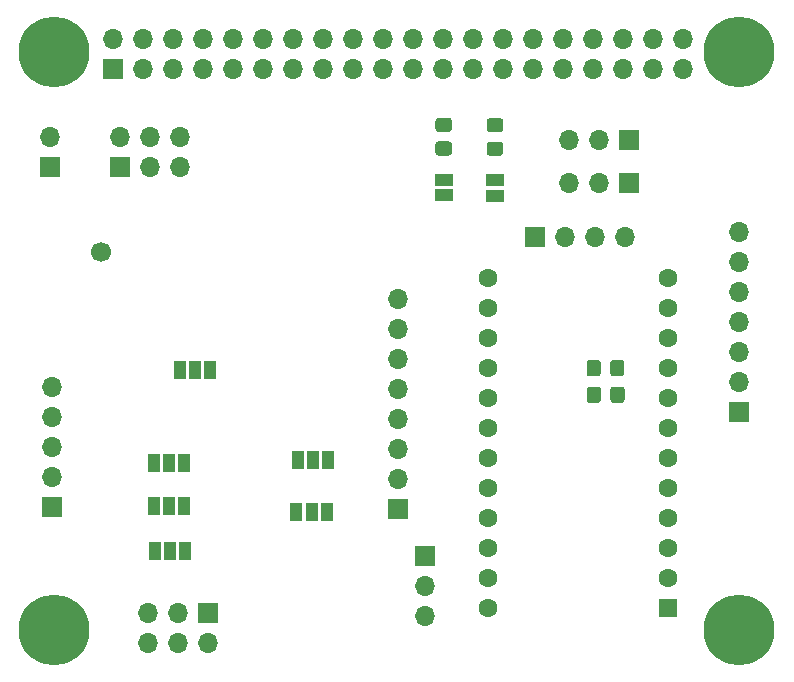
<source format=gbr>
%TF.GenerationSoftware,KiCad,Pcbnew,(5.1.10)-1*%
%TF.CreationDate,2022-02-24T11:14:30+08:00*%
%TF.ProjectId,hat,6861742e-6b69-4636-9164-5f7063625858,rev?*%
%TF.SameCoordinates,Original*%
%TF.FileFunction,Soldermask,Bot*%
%TF.FilePolarity,Negative*%
%FSLAX46Y46*%
G04 Gerber Fmt 4.6, Leading zero omitted, Abs format (unit mm)*
G04 Created by KiCad (PCBNEW (5.1.10)-1) date 2022-02-24 11:14:30*
%MOMM*%
%LPD*%
G01*
G04 APERTURE LIST*
%ADD10O,1.700000X1.700000*%
%ADD11R,1.700000X1.700000*%
%ADD12C,1.600000*%
%ADD13R,1.600000X1.600000*%
%ADD14R,1.500000X1.000000*%
%ADD15R,1.000000X1.500000*%
%ADD16C,1.700000*%
%ADD17C,6.000000*%
G04 APERTURE END LIST*
D10*
%TO.C,SPI_PORT1*%
X181470000Y-82800000D03*
X181470000Y-85340000D03*
X181470000Y-87880000D03*
X181470000Y-90420000D03*
X181470000Y-92960000D03*
X181470000Y-95500000D03*
D11*
X181470000Y-98040000D03*
%TD*%
D10*
%TO.C,J3*%
X154900000Y-115280000D03*
X154900000Y-112740000D03*
D11*
X154900000Y-110200000D03*
%TD*%
D10*
%TO.C,J4*%
X123340000Y-95900000D03*
X123340000Y-98440000D03*
X123340000Y-100980000D03*
X123340000Y-103520000D03*
D11*
X123340000Y-106060000D03*
%TD*%
D12*
%TO.C,U4*%
X160230000Y-114630000D03*
X160230000Y-112090000D03*
X160230000Y-109550000D03*
X160230000Y-107010000D03*
X160230000Y-104470000D03*
X160230000Y-101930000D03*
X160230000Y-99390000D03*
X160230000Y-96850000D03*
X160230000Y-94310000D03*
X160230000Y-91770000D03*
X160230000Y-89230000D03*
X160230000Y-86690000D03*
X175470000Y-86690000D03*
X175470000Y-89230000D03*
X175470000Y-91770000D03*
X175470000Y-94310000D03*
X175470000Y-96850000D03*
X175470000Y-99390000D03*
X175470000Y-101930000D03*
X175470000Y-104470000D03*
X175470000Y-107010000D03*
X175470000Y-109550000D03*
X175470000Y-112090000D03*
D13*
X175470000Y-114630000D03*
%TD*%
D10*
%TO.C,SDA_PU1*%
X167060000Y-74980000D03*
X169600000Y-74980000D03*
D11*
X172140000Y-74980000D03*
%TD*%
D10*
%TO.C,SCL_PU1*%
X167070000Y-78590000D03*
X169610000Y-78590000D03*
D11*
X172150000Y-78590000D03*
%TD*%
%TO.C,R10*%
G36*
G01*
X160349999Y-75130000D02*
X161250001Y-75130000D01*
G75*
G02*
X161500000Y-75379999I0J-249999D01*
G01*
X161500000Y-76080001D01*
G75*
G02*
X161250001Y-76330000I-249999J0D01*
G01*
X160349999Y-76330000D01*
G75*
G02*
X160100000Y-76080001I0J249999D01*
G01*
X160100000Y-75379999D01*
G75*
G02*
X160349999Y-75130000I249999J0D01*
G01*
G37*
G36*
G01*
X160349999Y-73130000D02*
X161250001Y-73130000D01*
G75*
G02*
X161500000Y-73379999I0J-249999D01*
G01*
X161500000Y-74080001D01*
G75*
G02*
X161250001Y-74330000I-249999J0D01*
G01*
X160349999Y-74330000D01*
G75*
G02*
X160100000Y-74080001I0J249999D01*
G01*
X160100000Y-73379999D01*
G75*
G02*
X160349999Y-73130000I249999J0D01*
G01*
G37*
%TD*%
%TO.C,R9*%
G36*
G01*
X156920001Y-74310000D02*
X156019999Y-74310000D01*
G75*
G02*
X155770000Y-74060001I0J249999D01*
G01*
X155770000Y-73359999D01*
G75*
G02*
X156019999Y-73110000I249999J0D01*
G01*
X156920001Y-73110000D01*
G75*
G02*
X157170000Y-73359999I0J-249999D01*
G01*
X157170000Y-74060001D01*
G75*
G02*
X156920001Y-74310000I-249999J0D01*
G01*
G37*
G36*
G01*
X156920001Y-76310000D02*
X156019999Y-76310000D01*
G75*
G02*
X155770000Y-76060001I0J249999D01*
G01*
X155770000Y-75359999D01*
G75*
G02*
X156019999Y-75110000I249999J0D01*
G01*
X156920001Y-75110000D01*
G75*
G02*
X157170000Y-75359999I0J-249999D01*
G01*
X157170000Y-76060001D01*
G75*
G02*
X156920001Y-76310000I-249999J0D01*
G01*
G37*
%TD*%
%TO.C,R8*%
G36*
G01*
X170560000Y-94750001D02*
X170560000Y-93849999D01*
G75*
G02*
X170809999Y-93600000I249999J0D01*
G01*
X171510001Y-93600000D01*
G75*
G02*
X171760000Y-93849999I0J-249999D01*
G01*
X171760000Y-94750001D01*
G75*
G02*
X171510001Y-95000000I-249999J0D01*
G01*
X170809999Y-95000000D01*
G75*
G02*
X170560000Y-94750001I0J249999D01*
G01*
G37*
G36*
G01*
X168560000Y-94750001D02*
X168560000Y-93849999D01*
G75*
G02*
X168809999Y-93600000I249999J0D01*
G01*
X169510001Y-93600000D01*
G75*
G02*
X169760000Y-93849999I0J-249999D01*
G01*
X169760000Y-94750001D01*
G75*
G02*
X169510001Y-95000000I-249999J0D01*
G01*
X168809999Y-95000000D01*
G75*
G02*
X168560000Y-94750001I0J249999D01*
G01*
G37*
%TD*%
%TO.C,R7*%
G36*
G01*
X170580000Y-97010001D02*
X170580000Y-96109999D01*
G75*
G02*
X170829999Y-95860000I249999J0D01*
G01*
X171530001Y-95860000D01*
G75*
G02*
X171780000Y-96109999I0J-249999D01*
G01*
X171780000Y-97010001D01*
G75*
G02*
X171530001Y-97260000I-249999J0D01*
G01*
X170829999Y-97260000D01*
G75*
G02*
X170580000Y-97010001I0J249999D01*
G01*
G37*
G36*
G01*
X168580000Y-97010001D02*
X168580000Y-96109999D01*
G75*
G02*
X168829999Y-95860000I249999J0D01*
G01*
X169530001Y-95860000D01*
G75*
G02*
X169780000Y-96109999I0J-249999D01*
G01*
X169780000Y-97010001D01*
G75*
G02*
X169530001Y-97260000I-249999J0D01*
G01*
X168829999Y-97260000D01*
G75*
G02*
X168580000Y-97010001I0J249999D01*
G01*
G37*
%TD*%
D14*
%TO.C,JP8*%
X160810000Y-78390000D03*
X160810000Y-79690000D03*
%TD*%
%TO.C,JP7*%
X156470000Y-78380000D03*
X156470000Y-79680000D03*
%TD*%
D15*
%TO.C,JP6*%
X135400000Y-94500000D03*
X134100000Y-94500000D03*
X136700000Y-94500000D03*
%TD*%
%TO.C,JP5*%
X133200000Y-102300000D03*
X131900000Y-102300000D03*
X134500000Y-102300000D03*
%TD*%
%TO.C,JP4*%
X133200000Y-106000000D03*
X131900000Y-106000000D03*
X134500000Y-106000000D03*
%TD*%
%TO.C,JP3*%
X145300000Y-106500000D03*
X144000000Y-106500000D03*
X146600000Y-106500000D03*
%TD*%
%TO.C,JP2*%
X145400000Y-102100000D03*
X144100000Y-102100000D03*
X146700000Y-102100000D03*
%TD*%
%TO.C,JP1*%
X133300000Y-109800000D03*
X132000000Y-109800000D03*
X134600000Y-109800000D03*
%TD*%
D10*
%TO.C,J7*%
X131420000Y-117540000D03*
X131420000Y-115000000D03*
X133960000Y-117540000D03*
X133960000Y-115000000D03*
X136500000Y-117540000D03*
D11*
X136500000Y-115000000D03*
%TD*%
D10*
%TO.C,J6*%
X134100000Y-74770000D03*
X134100000Y-77310000D03*
X131560000Y-74770000D03*
X131560000Y-77310000D03*
X129020000Y-74770000D03*
D11*
X129020000Y-77310000D03*
%TD*%
D16*
%TO.C,J2*%
X127450000Y-84480000D03*
%TD*%
D10*
%TO.C,I2C_PORT1*%
X171850000Y-83160000D03*
X169310000Y-83160000D03*
X166770000Y-83160000D03*
D11*
X164230000Y-83160000D03*
%TD*%
D10*
%TO.C,FAN1*%
X123150000Y-74770000D03*
D11*
X123150000Y-77310000D03*
%TD*%
D17*
%TO.C,H3*%
X181500000Y-67500000D03*
%TD*%
%TO.C,H1*%
X123500000Y-116500000D03*
%TD*%
%TO.C,H2*%
X123500000Y-67500000D03*
%TD*%
%TO.C,H4*%
X181500000Y-116500000D03*
%TD*%
D10*
%TO.C,J1*%
X176760000Y-66460000D03*
X176760000Y-69000000D03*
X174220000Y-66460000D03*
X174220000Y-69000000D03*
X171680000Y-66460000D03*
X171680000Y-69000000D03*
X169140000Y-66460000D03*
X169140000Y-69000000D03*
X166600000Y-66460000D03*
X166600000Y-69000000D03*
X164060000Y-66460000D03*
X164060000Y-69000000D03*
X161520000Y-66460000D03*
X161520000Y-69000000D03*
X158980000Y-66460000D03*
X158980000Y-69000000D03*
X156440000Y-66460000D03*
X156440000Y-69000000D03*
X153900000Y-66460000D03*
X153900000Y-69000000D03*
X151360000Y-66460000D03*
X151360000Y-69000000D03*
X148820000Y-66460000D03*
X148820000Y-69000000D03*
X146280000Y-66460000D03*
X146280000Y-69000000D03*
X143740000Y-66460000D03*
X143740000Y-69000000D03*
X141200000Y-66460000D03*
X141200000Y-69000000D03*
X138660000Y-66460000D03*
X138660000Y-69000000D03*
X136120000Y-66460000D03*
X136120000Y-69000000D03*
X133580000Y-66460000D03*
X133580000Y-69000000D03*
X131040000Y-66460000D03*
X131040000Y-69000000D03*
X128500000Y-66460000D03*
D11*
X128500000Y-69000000D03*
%TD*%
%TO.C,J5*%
X152600000Y-106200000D03*
D10*
X152600000Y-103660000D03*
X152600000Y-101120000D03*
X152600000Y-98580000D03*
X152600000Y-96040000D03*
X152600000Y-93500000D03*
X152600000Y-90960000D03*
X152600000Y-88420000D03*
%TD*%
M02*

</source>
